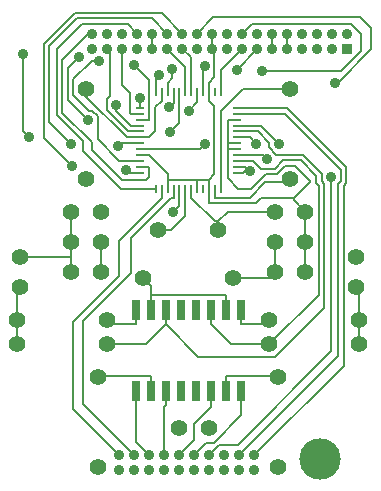
<source format=gtl>
G04 (created by PCBNEW-RS274X (2012-apr-16-27)-stable) date dim. 02 juin 2013 12:31:59 CST*
G01*
G70*
G90*
%MOIN*%
G04 Gerber Fmt 3.4, Leading zero omitted, Abs format*
%FSLAX34Y34*%
G04 APERTURE LIST*
%ADD10C,0.006000*%
%ADD11C,0.035400*%
%ADD12R,0.035400X0.035400*%
%ADD13C,0.137800*%
%ADD14C,0.055000*%
%ADD15R,0.031500X0.009800*%
%ADD16R,0.031500X0.009900*%
%ADD17R,0.009800X0.031500*%
%ADD18R,0.009900X0.031500*%
%ADD19R,0.030000X0.067500*%
%ADD20C,0.056000*%
%ADD21C,0.035000*%
%ADD22C,0.008000*%
G04 APERTURE END LIST*
G54D10*
G54D11*
X53187Y-34198D03*
X52687Y-34198D03*
X52187Y-34198D03*
X51687Y-34198D03*
X51187Y-34198D03*
X50687Y-34198D03*
X50187Y-34198D03*
X49687Y-34198D03*
X49187Y-34198D03*
X48687Y-34198D03*
X48687Y-33698D03*
X49187Y-33698D03*
X49687Y-33698D03*
X50187Y-33698D03*
X50687Y-33698D03*
X51187Y-33698D03*
X51687Y-33698D03*
X52187Y-33698D03*
X52687Y-33698D03*
X53187Y-33698D03*
G54D12*
X56301Y-20143D03*
G54D11*
X56301Y-19643D03*
X55801Y-20143D03*
X55801Y-19643D03*
X55301Y-20143D03*
X55301Y-19643D03*
X54801Y-20143D03*
X54801Y-19643D03*
X54301Y-20143D03*
X54301Y-19643D03*
X53801Y-20143D03*
X53801Y-19643D03*
X53301Y-20143D03*
X53301Y-19643D03*
X52801Y-20143D03*
X52801Y-19643D03*
X52301Y-20143D03*
X52301Y-19643D03*
X51801Y-20143D03*
X51801Y-19643D03*
X51301Y-20143D03*
X51301Y-19643D03*
X50801Y-20143D03*
X50801Y-19643D03*
X50301Y-20143D03*
X50301Y-19643D03*
X49801Y-20143D03*
X49801Y-19643D03*
X49301Y-20143D03*
X49301Y-19643D03*
X48801Y-20143D03*
X48801Y-19643D03*
X48301Y-20143D03*
X48301Y-19643D03*
X47801Y-20143D03*
X47801Y-19643D03*
G54D13*
X55380Y-33813D03*
G54D14*
X49500Y-27800D03*
X52500Y-27800D03*
X54000Y-34100D03*
X54000Y-31100D03*
X48000Y-34100D03*
X48000Y-31100D03*
X53700Y-30000D03*
X56700Y-30000D03*
X45300Y-29200D03*
X48300Y-29200D03*
X53700Y-29200D03*
X56700Y-29200D03*
X45300Y-30000D03*
X48300Y-30000D03*
X54400Y-24500D03*
X54400Y-21500D03*
X47600Y-24500D03*
X47600Y-21500D03*
G54D15*
X52613Y-22118D03*
G54D16*
X52613Y-22315D03*
X52613Y-22512D03*
X52613Y-22709D03*
G54D15*
X52613Y-22905D03*
X52613Y-23102D03*
X52613Y-23298D03*
X52613Y-23495D03*
G54D16*
X52613Y-23691D03*
X52613Y-23888D03*
X52613Y-24085D03*
G54D15*
X52613Y-24282D03*
G54D17*
X52082Y-24813D03*
G54D18*
X51885Y-24813D03*
X51688Y-24813D03*
X51491Y-24813D03*
G54D17*
X51295Y-24813D03*
X51098Y-24813D03*
X50902Y-24813D03*
X50705Y-24813D03*
G54D18*
X50509Y-24813D03*
X50312Y-24813D03*
X50115Y-24813D03*
G54D17*
X49918Y-24813D03*
G54D15*
X49387Y-22118D03*
G54D16*
X49387Y-22315D03*
X49387Y-22512D03*
X49387Y-22709D03*
G54D15*
X49387Y-22905D03*
X49387Y-23102D03*
X49387Y-23298D03*
X49387Y-23495D03*
G54D16*
X49387Y-23691D03*
X49387Y-23888D03*
X49387Y-24085D03*
G54D15*
X49387Y-24282D03*
G54D17*
X52082Y-21587D03*
G54D18*
X51885Y-21587D03*
X51688Y-21587D03*
X51491Y-21587D03*
G54D17*
X51295Y-21587D03*
X51098Y-21587D03*
X50902Y-21587D03*
X50705Y-21587D03*
G54D18*
X50509Y-21587D03*
X50312Y-21587D03*
X50115Y-21587D03*
G54D17*
X49918Y-21587D03*
G54D19*
X49250Y-31550D03*
X49750Y-31550D03*
X50250Y-31550D03*
X50750Y-31550D03*
X51250Y-31550D03*
X51750Y-31550D03*
X52250Y-31550D03*
X52750Y-31550D03*
X52750Y-28850D03*
X52250Y-28850D03*
X51750Y-28850D03*
X51250Y-28850D03*
X50750Y-28850D03*
X50250Y-28850D03*
X49750Y-28850D03*
X49250Y-28850D03*
G54D20*
X50000Y-26200D03*
X52000Y-26200D03*
G54D14*
X51700Y-32800D03*
X50700Y-32800D03*
X54900Y-25600D03*
X53900Y-25600D03*
X47100Y-25600D03*
X48100Y-25600D03*
X56600Y-28100D03*
X56600Y-27100D03*
X45400Y-28100D03*
X45400Y-27100D03*
X53900Y-27600D03*
X54900Y-27600D03*
X53900Y-26600D03*
X54900Y-26600D03*
X48100Y-27600D03*
X47100Y-27600D03*
X48100Y-26600D03*
X47100Y-26600D03*
G54D21*
X50501Y-25590D03*
X53057Y-24229D03*
X48926Y-24194D03*
X50006Y-21024D03*
X53461Y-20903D03*
X49387Y-21786D03*
X50469Y-20813D03*
X47114Y-24062D03*
X50384Y-22940D03*
X51013Y-22218D03*
X47092Y-23317D03*
X50365Y-22087D03*
X55897Y-21281D03*
X51551Y-20727D03*
X52606Y-20870D03*
X48032Y-20557D03*
X47662Y-22535D03*
X47342Y-20425D03*
X48595Y-22040D03*
X45493Y-20322D03*
X45673Y-23084D03*
X49196Y-20679D03*
X51553Y-23321D03*
X55760Y-24426D03*
X53629Y-23832D03*
X53248Y-23310D03*
X48652Y-23394D03*
X54013Y-23313D03*
G54D22*
X49902Y-22100D02*
X49902Y-22887D01*
X49903Y-22100D02*
X49902Y-22100D01*
X49086Y-23102D02*
X48940Y-23102D01*
X49237Y-23102D02*
X49387Y-23102D01*
X49902Y-22887D02*
X49687Y-23102D01*
X48940Y-23102D02*
X47600Y-21762D01*
X49387Y-23102D02*
X49687Y-23102D01*
X47600Y-21762D02*
X47600Y-21500D01*
X50501Y-25590D02*
X50705Y-25386D01*
X50115Y-21888D02*
X49903Y-22100D01*
X50705Y-25386D02*
X50705Y-24813D01*
X50115Y-21587D02*
X50115Y-21888D01*
X54301Y-19643D02*
X54301Y-20143D01*
X49237Y-23102D02*
X49086Y-23102D01*
X52913Y-24085D02*
X52913Y-24204D01*
X52835Y-24282D02*
X52740Y-24282D01*
X52913Y-24204D02*
X52835Y-24282D01*
X48100Y-26600D02*
X48100Y-27600D01*
X49750Y-28369D02*
X49750Y-28850D01*
X49500Y-27800D02*
X49750Y-28050D01*
X49750Y-28050D02*
X49750Y-28369D01*
X49750Y-28369D02*
X52250Y-28369D01*
X52250Y-28850D02*
X52250Y-28369D01*
X53032Y-24204D02*
X53057Y-24229D01*
X52613Y-24282D02*
X52740Y-24282D01*
X52613Y-24085D02*
X52913Y-24085D01*
X52913Y-24204D02*
X53032Y-24204D01*
X52664Y-24815D02*
X52312Y-24463D01*
X53801Y-20143D02*
X53801Y-19643D01*
X53572Y-24334D02*
X53091Y-24815D01*
X52613Y-23298D02*
X52463Y-23298D01*
X47100Y-27100D02*
X45400Y-27100D01*
X52613Y-23495D02*
X52312Y-23495D01*
X54508Y-25138D02*
X53417Y-25138D01*
X53417Y-25138D02*
X53252Y-25303D01*
X53252Y-25303D02*
X51710Y-25303D01*
X51710Y-25303D02*
X51688Y-25281D01*
X51688Y-24513D02*
X51688Y-24813D01*
X51688Y-21888D02*
X51871Y-22071D01*
X51871Y-22071D02*
X51871Y-24330D01*
X51871Y-24330D02*
X51688Y-24513D01*
X51295Y-24513D02*
X51688Y-24513D01*
X52613Y-22512D02*
X52312Y-22512D01*
X53954Y-24334D02*
X53572Y-24334D01*
X52312Y-23271D02*
X52312Y-22512D01*
X52339Y-23298D02*
X52312Y-23271D01*
X52463Y-23298D02*
X52339Y-23298D01*
X52339Y-23298D02*
X52312Y-23325D01*
X52312Y-23325D02*
X52312Y-23495D01*
X54508Y-25138D02*
X55062Y-24584D01*
X55062Y-24584D02*
X55062Y-24552D01*
X55062Y-24552D02*
X54568Y-24058D01*
X54568Y-24058D02*
X54230Y-24058D01*
X54230Y-24058D02*
X53954Y-24334D01*
X47100Y-27100D02*
X47100Y-26600D01*
X50312Y-24813D02*
X50312Y-24559D01*
X51295Y-24813D02*
X51295Y-24513D01*
X54900Y-26600D02*
X54900Y-25600D01*
X47100Y-26600D02*
X47100Y-25600D01*
X51688Y-21587D02*
X51688Y-21287D01*
X52312Y-24463D02*
X52312Y-23495D01*
X53091Y-24815D02*
X52664Y-24815D01*
X47100Y-27600D02*
X47100Y-27100D01*
X49801Y-19643D02*
X49801Y-20143D01*
X51688Y-25281D02*
X51688Y-24813D01*
X51801Y-19643D02*
X51801Y-20143D01*
X54900Y-27600D02*
X54900Y-26600D01*
X50312Y-24513D02*
X51295Y-24513D01*
X54508Y-25138D02*
X54508Y-25208D01*
X54508Y-25208D02*
X54900Y-25600D01*
X51688Y-21287D02*
X51869Y-21106D01*
X51869Y-21106D02*
X51869Y-20211D01*
X51869Y-20211D02*
X51801Y-20143D01*
X50312Y-24316D02*
X50312Y-24513D01*
X51688Y-21587D02*
X51688Y-21888D01*
X49387Y-23691D02*
X49687Y-23691D01*
X49687Y-23691D02*
X50312Y-24316D01*
X50312Y-24559D02*
X50312Y-24513D01*
X48926Y-24194D02*
X49014Y-24282D01*
X49014Y-24282D02*
X49387Y-24282D01*
X49387Y-24085D02*
X49687Y-24085D01*
X47670Y-19643D02*
X47801Y-19643D01*
X46797Y-20516D02*
X47670Y-19643D01*
X46797Y-22276D02*
X46797Y-20516D01*
X47777Y-23256D02*
X46797Y-22276D01*
X47777Y-23515D02*
X47777Y-23256D01*
X48779Y-24517D02*
X47777Y-23515D01*
X49593Y-24517D02*
X48779Y-24517D01*
X49687Y-24423D02*
X49593Y-24517D01*
X49687Y-24085D02*
X49687Y-24423D01*
X56771Y-20229D02*
X56097Y-20903D01*
X56771Y-19657D02*
X56771Y-20229D01*
X56097Y-20903D02*
X53461Y-20903D01*
X56436Y-19322D02*
X56771Y-19657D01*
X53122Y-19322D02*
X56436Y-19322D01*
X52801Y-19643D02*
X53122Y-19322D01*
X49918Y-21112D02*
X50006Y-21024D01*
X49918Y-21587D02*
X49918Y-21112D01*
X49387Y-22118D02*
X49387Y-21786D01*
X49081Y-27620D02*
X47475Y-29226D01*
X50509Y-24813D02*
X50509Y-25114D01*
X50509Y-25114D02*
X50431Y-25114D01*
X50431Y-25114D02*
X49081Y-26464D01*
X47475Y-29226D02*
X47475Y-31986D01*
X47475Y-31986D02*
X49187Y-33698D01*
X49081Y-26464D02*
X49081Y-27620D01*
X50469Y-21130D02*
X50469Y-20813D01*
X50312Y-21287D02*
X50469Y-21130D01*
X50312Y-21587D02*
X50312Y-21287D01*
X47211Y-18950D02*
X50108Y-18950D01*
X46176Y-19985D02*
X47211Y-18950D01*
X46176Y-23124D02*
X46176Y-19985D01*
X47114Y-24062D02*
X46176Y-23124D01*
X50705Y-21587D02*
X50705Y-21961D01*
X50705Y-21961D02*
X50694Y-21972D01*
X50694Y-21972D02*
X50694Y-22630D01*
X50108Y-18950D02*
X50801Y-19643D01*
X50694Y-22630D02*
X50384Y-22940D01*
X50902Y-20744D02*
X50301Y-20143D01*
X50902Y-21587D02*
X50902Y-20744D01*
X51098Y-20440D02*
X50801Y-20143D01*
X51098Y-21587D02*
X51098Y-20440D01*
X51295Y-21936D02*
X51013Y-22218D01*
X46360Y-20062D02*
X47288Y-19134D01*
X51295Y-21888D02*
X51295Y-21936D01*
X47092Y-23317D02*
X46360Y-22585D01*
X49792Y-19134D02*
X50301Y-19643D01*
X47288Y-19134D02*
X49792Y-19134D01*
X46360Y-22585D02*
X46360Y-20062D01*
X51295Y-21587D02*
X51295Y-21888D01*
X55980Y-21281D02*
X55897Y-21281D01*
X57097Y-20164D02*
X55980Y-21281D01*
X57097Y-19466D02*
X57097Y-20164D01*
X56738Y-19107D02*
X57097Y-19466D01*
X50365Y-22087D02*
X50509Y-21943D01*
X50509Y-21943D02*
X50509Y-21587D01*
X51301Y-19643D02*
X51837Y-19107D01*
X51837Y-19107D02*
X56738Y-19107D01*
X51491Y-20787D02*
X51551Y-20727D01*
X52606Y-20870D02*
X53301Y-20175D01*
X51491Y-21587D02*
X51491Y-20787D01*
X53301Y-20175D02*
X53301Y-20143D01*
X49059Y-23876D02*
X48685Y-23876D01*
X48685Y-23876D02*
X47980Y-23171D01*
X47980Y-23171D02*
X47980Y-22402D01*
X47980Y-22402D02*
X47795Y-22217D01*
X49387Y-23888D02*
X49071Y-23888D01*
X49071Y-23888D02*
X49059Y-23876D01*
X47795Y-22217D02*
X47702Y-22217D01*
X47702Y-22217D02*
X47163Y-21678D01*
X47163Y-21678D02*
X47163Y-21175D01*
X47163Y-21175D02*
X47781Y-20557D01*
X47781Y-20557D02*
X48032Y-20557D01*
X49387Y-22905D02*
X49086Y-22905D01*
X48388Y-20230D02*
X48301Y-20143D01*
X48388Y-21716D02*
X48388Y-20230D01*
X48277Y-21827D02*
X48388Y-21716D01*
X48277Y-22179D02*
X48277Y-21827D01*
X49003Y-22905D02*
X48277Y-22179D01*
X49086Y-22905D02*
X49003Y-22905D01*
X47662Y-22535D02*
X46980Y-21853D01*
X48595Y-22218D02*
X49086Y-22709D01*
X49387Y-22709D02*
X49086Y-22709D01*
X48595Y-22040D02*
X48595Y-22218D01*
X46980Y-20787D02*
X47342Y-20425D01*
X46980Y-21853D02*
X46980Y-20787D01*
X49387Y-22512D02*
X49687Y-22512D01*
X49705Y-21188D02*
X49196Y-20679D01*
X45493Y-20322D02*
X45493Y-22904D01*
X45493Y-22904D02*
X45673Y-23084D01*
X49687Y-22512D02*
X49705Y-22494D01*
X49705Y-22494D02*
X49705Y-21188D01*
X48801Y-21352D02*
X49069Y-21620D01*
X49069Y-21620D02*
X49069Y-22298D01*
X49387Y-22315D02*
X49086Y-22315D01*
X48801Y-20143D02*
X48801Y-21352D01*
X49069Y-22298D02*
X49086Y-22315D01*
X49918Y-24813D02*
X48753Y-24813D01*
X48976Y-19318D02*
X49301Y-19643D01*
X47470Y-19318D02*
X48976Y-19318D01*
X46613Y-20175D02*
X47470Y-19318D01*
X46613Y-22352D02*
X46613Y-20175D01*
X47483Y-23222D02*
X46613Y-22352D01*
X47483Y-23543D02*
X47483Y-23222D01*
X48753Y-24813D02*
X47483Y-23543D01*
X50115Y-24813D02*
X50115Y-25114D01*
X47151Y-32162D02*
X48687Y-33698D01*
X47151Y-29269D02*
X47151Y-32162D01*
X48681Y-27739D02*
X47151Y-29269D01*
X48681Y-26548D02*
X48681Y-27739D01*
X50115Y-25114D02*
X48681Y-26548D01*
X56078Y-24559D02*
X55989Y-24648D01*
X54210Y-22315D02*
X56078Y-24183D01*
X55989Y-24648D02*
X55989Y-30396D01*
X56078Y-24183D02*
X56078Y-24559D01*
X52613Y-22315D02*
X54210Y-22315D01*
X55989Y-30396D02*
X52687Y-33698D01*
X52082Y-21587D02*
X52082Y-21287D01*
X52082Y-20862D02*
X52082Y-21287D01*
X52801Y-20143D02*
X52082Y-20862D01*
X52653Y-33349D02*
X55760Y-30242D01*
X55760Y-30242D02*
X55760Y-24426D01*
X51687Y-33698D02*
X52036Y-33349D01*
X52036Y-33349D02*
X52653Y-33349D01*
X49387Y-23495D02*
X51379Y-23495D01*
X51379Y-23495D02*
X51553Y-23321D01*
X52613Y-22118D02*
X52913Y-22118D01*
X56172Y-30713D02*
X53187Y-33698D01*
X56172Y-24725D02*
X56172Y-30713D01*
X56261Y-24636D02*
X56172Y-24725D01*
X56261Y-24106D02*
X56261Y-24636D01*
X54273Y-22118D02*
X56261Y-24106D01*
X52913Y-22118D02*
X54273Y-22118D01*
X53700Y-30000D02*
X55348Y-28352D01*
X52420Y-30000D02*
X51750Y-29330D01*
X55348Y-28352D02*
X55348Y-24724D01*
X55348Y-24724D02*
X55259Y-24635D01*
X55259Y-24635D02*
X55259Y-24386D01*
X55259Y-24386D02*
X54747Y-23874D01*
X54747Y-23874D02*
X54154Y-23874D01*
X51750Y-28850D02*
X51750Y-29330D01*
X53700Y-30000D02*
X52420Y-30000D01*
X53168Y-23888D02*
X52613Y-23888D01*
X53431Y-24151D02*
X53168Y-23888D01*
X53877Y-24151D02*
X53431Y-24151D01*
X54154Y-23874D02*
X53877Y-24151D01*
X53488Y-23691D02*
X53629Y-23832D01*
X52750Y-29330D02*
X53570Y-29330D01*
X52613Y-23691D02*
X53488Y-23691D01*
X53570Y-29330D02*
X53700Y-29200D01*
X52750Y-28850D02*
X52750Y-29330D01*
X49250Y-29330D02*
X48430Y-29330D01*
X49250Y-28850D02*
X49250Y-29330D01*
X52613Y-23102D02*
X53040Y-23102D01*
X53040Y-23102D02*
X53248Y-23310D01*
X48430Y-29330D02*
X48300Y-29200D01*
X55442Y-24309D02*
X54819Y-23686D01*
X55442Y-24558D02*
X55442Y-24309D01*
X55531Y-24647D02*
X55442Y-24558D01*
X53307Y-22905D02*
X52613Y-22905D01*
X55531Y-28777D02*
X55531Y-24647D01*
X53890Y-30418D02*
X55531Y-28777D01*
X51326Y-30418D02*
X53890Y-30418D01*
X50250Y-29342D02*
X51326Y-30418D01*
X54819Y-23686D02*
X53934Y-23686D01*
X50250Y-28850D02*
X50250Y-29330D01*
X49592Y-30000D02*
X48300Y-30000D01*
X50250Y-29342D02*
X50250Y-29330D01*
X50250Y-29342D02*
X49592Y-30000D01*
X53683Y-23281D02*
X53307Y-22905D01*
X53683Y-23435D02*
X53683Y-23281D01*
X53934Y-23686D02*
X53683Y-23435D01*
X51187Y-33198D02*
X50687Y-33698D01*
X51187Y-32670D02*
X51187Y-33198D01*
X51750Y-32107D02*
X51187Y-32670D01*
X51750Y-31550D02*
X51750Y-32107D01*
X49750Y-31550D02*
X49750Y-31069D01*
X49750Y-31069D02*
X48031Y-31069D01*
X48031Y-31069D02*
X48000Y-31100D01*
X49250Y-33261D02*
X49687Y-33698D01*
X49250Y-31550D02*
X49250Y-33261D01*
X50902Y-25715D02*
X50902Y-24813D01*
X50417Y-26200D02*
X50902Y-25715D01*
X50000Y-26200D02*
X50417Y-26200D01*
X52082Y-22228D02*
X52810Y-21500D01*
X52082Y-24513D02*
X52082Y-22228D01*
X52082Y-24813D02*
X52082Y-24513D01*
X52810Y-21500D02*
X54400Y-21500D01*
X51885Y-24813D02*
X51885Y-25114D01*
X53053Y-25114D02*
X51885Y-25114D01*
X53559Y-24608D02*
X53053Y-25114D01*
X54292Y-24608D02*
X53559Y-24608D01*
X54400Y-24500D02*
X54292Y-24608D01*
X51605Y-33280D02*
X51187Y-33698D01*
X51844Y-33280D02*
X51605Y-33280D01*
X52750Y-32374D02*
X51844Y-33280D01*
X52750Y-31550D02*
X52750Y-32374D01*
X50187Y-32093D02*
X50187Y-33698D01*
X50250Y-32030D02*
X50187Y-32093D01*
X50250Y-31550D02*
X50250Y-32030D01*
X45300Y-28200D02*
X45300Y-29200D01*
X45300Y-30000D02*
X45300Y-29200D01*
X45400Y-28100D02*
X45300Y-28200D01*
X48748Y-23298D02*
X48652Y-23394D01*
X49387Y-23298D02*
X48748Y-23298D01*
X52613Y-22709D02*
X53409Y-22709D01*
X53409Y-22709D02*
X54013Y-23313D01*
X53900Y-26600D02*
X53900Y-27600D01*
X53900Y-27600D02*
X53700Y-27800D01*
X53700Y-27800D02*
X52500Y-27800D01*
X52000Y-25906D02*
X52000Y-26200D01*
X51890Y-25906D02*
X51098Y-25114D01*
X52000Y-25906D02*
X51890Y-25906D01*
X51098Y-24813D02*
X51098Y-25114D01*
X52306Y-25600D02*
X52000Y-25906D01*
X53900Y-25600D02*
X52306Y-25600D01*
X56700Y-29200D02*
X56700Y-30000D01*
X56600Y-28100D02*
X56700Y-28200D01*
X56700Y-28200D02*
X56700Y-29200D01*
X53969Y-31069D02*
X54000Y-31100D01*
X52250Y-31069D02*
X53969Y-31069D01*
X52250Y-31550D02*
X52250Y-31069D01*
M02*

</source>
